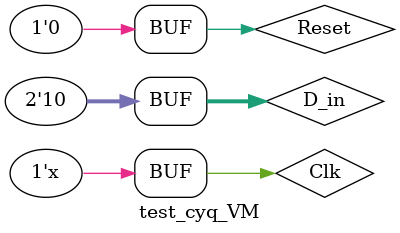
<source format=v>
`timescale 10ns/1ns
module test_cyq_fsm_011;
    reg Rst,Clk,X;
    wire Y;

    cyq_fsm_011 u0(Rst,Clk,X,Y);

    always 
        #10 Clk=~Clk;

    initial
        begin
            Clk=0;Rst=0;
        #300 Rst=1;
        end

    initial
        begin
            X=0;
            #5 ;
            repeat(50)
            #30 X=$random;
        end
endmodule


module test_cyq_VM;
    reg Reset, Clk;
    reg [1:0]D_in;
    wire D_out, D_C;
    
    cyq_VM u0(Reset, Clk, D_in, D_out, D_C);
    
    always
        #16 Clk=~Clk;

    initial
        begin
            Clk=0; Reset=0;
            #5  Reset=1;
            #25 Reset=0;
        end

    initial
        begin
                    D_in=0;
            #25     D_in=2'b01;
            #25     D_in=2'b00;

            #25     D_in=2'b11;
            #25     D_in=2'b00;      

            #75     D_in=2'b10;
            #25     D_in=2'b00;

            #125    D_in=2'b10;
            #25     D_in=2'b00;

            #100    D_in=2'b01;       
            #25     D_in=2'b00;

            #50     D_in=2'b01;
            #25     D_in=2'b00;

            #25     D_in=2'b10;
        end
endmodule
</source>
